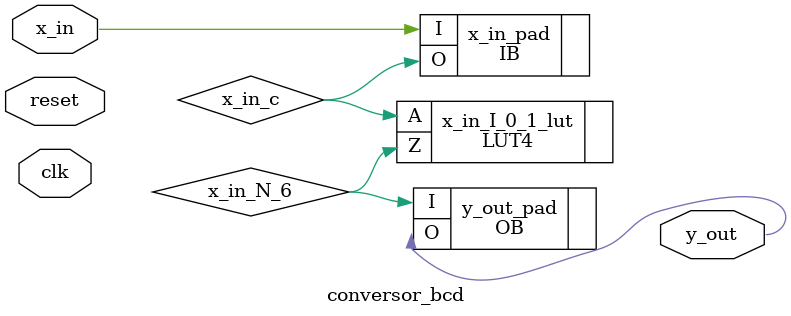
<source format=v>

module conversor_bcd (y_out, x_in, clk, reset) /* synthesis syn_module_defined=1 */ ;   // d:/rtl_fpga/sd2/verilog/aula10-fsm_mealy/ex2/conversor_bcd.v(1[8:21])
    output y_out;   // d:/rtl_fpga/sd2/verilog/aula10-fsm_mealy/ex2/conversor_bcd.v(2[12:17])
    input x_in;   // d:/rtl_fpga/sd2/verilog/aula10-fsm_mealy/ex2/conversor_bcd.v(3[7:11])
    input clk;   // d:/rtl_fpga/sd2/verilog/aula10-fsm_mealy/ex2/conversor_bcd.v(3[13:16])
    input reset;   // d:/rtl_fpga/sd2/verilog/aula10-fsm_mealy/ex2/conversor_bcd.v(3[18:23])
    
    wire clk_c /* synthesis is_clock=1 */ ;   // d:/rtl_fpga/sd2/verilog/aula10-fsm_mealy/ex2/conversor_bcd.v(3[13:16])
    
    wire x_in_c, reset_c, x_in_N_6, VCC_net, GND_net;
    
    VHI i61 (.Z(VCC_net));
    VLO i66 (.Z(GND_net));
    PUR PUR_INST (.PUR(VCC_net));
    defparam PUR_INST.RST_PULSE = 1;
    GSR GSR_INST (.GSR(VCC_net));
    OB y_out_pad (.I(x_in_N_6), .O(y_out));   // d:/rtl_fpga/sd2/verilog/aula10-fsm_mealy/ex2/conversor_bcd.v(2[12:17])
    LUT4 x_in_I_0_1_lut (.A(x_in_c), .Z(x_in_N_6)) /* synthesis lut_function=(!(A)) */ ;   // d:/rtl_fpga/sd2/verilog/aula10-fsm_mealy/ex2/conversor_bcd.v(30[15:20])
    defparam x_in_I_0_1_lut.init = 16'h5555;
    IB x_in_pad (.I(x_in), .O(x_in_c));   // d:/rtl_fpga/sd2/verilog/aula10-fsm_mealy/ex2/conversor_bcd.v(3[7:11])
    IB clk_pad (.I(clk), .O(clk_c));   // d:/rtl_fpga/sd2/verilog/aula10-fsm_mealy/ex2/conversor_bcd.v(3[13:16])
    IB reset_pad (.I(reset), .O(reset_c));   // d:/rtl_fpga/sd2/verilog/aula10-fsm_mealy/ex2/conversor_bcd.v(3[18:23])
    
endmodule
//
// Verilog Description of module PUR
// module not written out since it is a black-box. 
//


</source>
